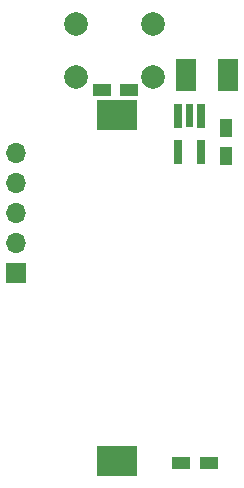
<source format=gbr>
G04 #@! TF.GenerationSoftware,KiCad,Pcbnew,(5.1.9)-1*
G04 #@! TF.CreationDate,2021-03-01T14:21:52+01:00*
G04 #@! TF.ProjectId,button_v1.2.2_Coin_Cell,62757474-6f6e-45f7-9631-2e322e325f43,rev?*
G04 #@! TF.SameCoordinates,Original*
G04 #@! TF.FileFunction,Soldermask,Bot*
G04 #@! TF.FilePolarity,Negative*
%FSLAX46Y46*%
G04 Gerber Fmt 4.6, Leading zero omitted, Abs format (unit mm)*
G04 Created by KiCad (PCBNEW (5.1.9)-1) date 2021-03-01 14:21:52*
%MOMM*%
%LPD*%
G01*
G04 APERTURE LIST*
%ADD10R,1.500000X1.100000*%
%ADD11R,1.100000X1.500000*%
%ADD12R,0.650000X2.000000*%
%ADD13C,0.150000*%
%ADD14C,2.000000*%
%ADD15O,1.700000X1.700000*%
%ADD16R,1.700000X1.700000*%
%ADD17R,3.510000X2.540000*%
%ADD18R,1.778000X2.794000*%
G04 APERTURE END LIST*
D10*
G04 #@! TO.C,C1*
X126820000Y-62010000D03*
X124520000Y-62010000D03*
G04 #@! TD*
D11*
G04 #@! TO.C,C3*
X135000000Y-65250000D03*
X135000000Y-67550000D03*
G04 #@! TD*
D10*
G04 #@! TO.C,C2*
X133534800Y-93599000D03*
X131234800Y-93599000D03*
G04 #@! TD*
D12*
G04 #@! TO.C,U1*
X130980000Y-67220000D03*
X132880000Y-67220000D03*
X132880000Y-64170000D03*
D13*
G36*
X131605000Y-63170000D02*
G01*
X132255000Y-63170000D01*
X132255000Y-65170000D01*
X131605000Y-65170000D01*
X131605000Y-63170000D01*
G37*
D12*
X130980000Y-64170000D03*
G04 #@! TD*
D14*
G04 #@! TO.C,SW1*
X128850000Y-56380000D03*
X128850000Y-60880000D03*
X122350000Y-56380000D03*
X122350000Y-60880000D03*
G04 #@! TD*
D15*
G04 #@! TO.C,J1*
X117220000Y-67340000D03*
X117220000Y-69880000D03*
X117220000Y-72420000D03*
X117220000Y-74960000D03*
D16*
X117220000Y-77500000D03*
G04 #@! TD*
D17*
G04 #@! TO.C,BT1*
X125780800Y-93444200D03*
X125780800Y-64084200D03*
G04 #@! TD*
D18*
G04 #@! TO.C,L1*
X131632000Y-60690000D03*
X135188000Y-60690000D03*
G04 #@! TD*
M02*

</source>
